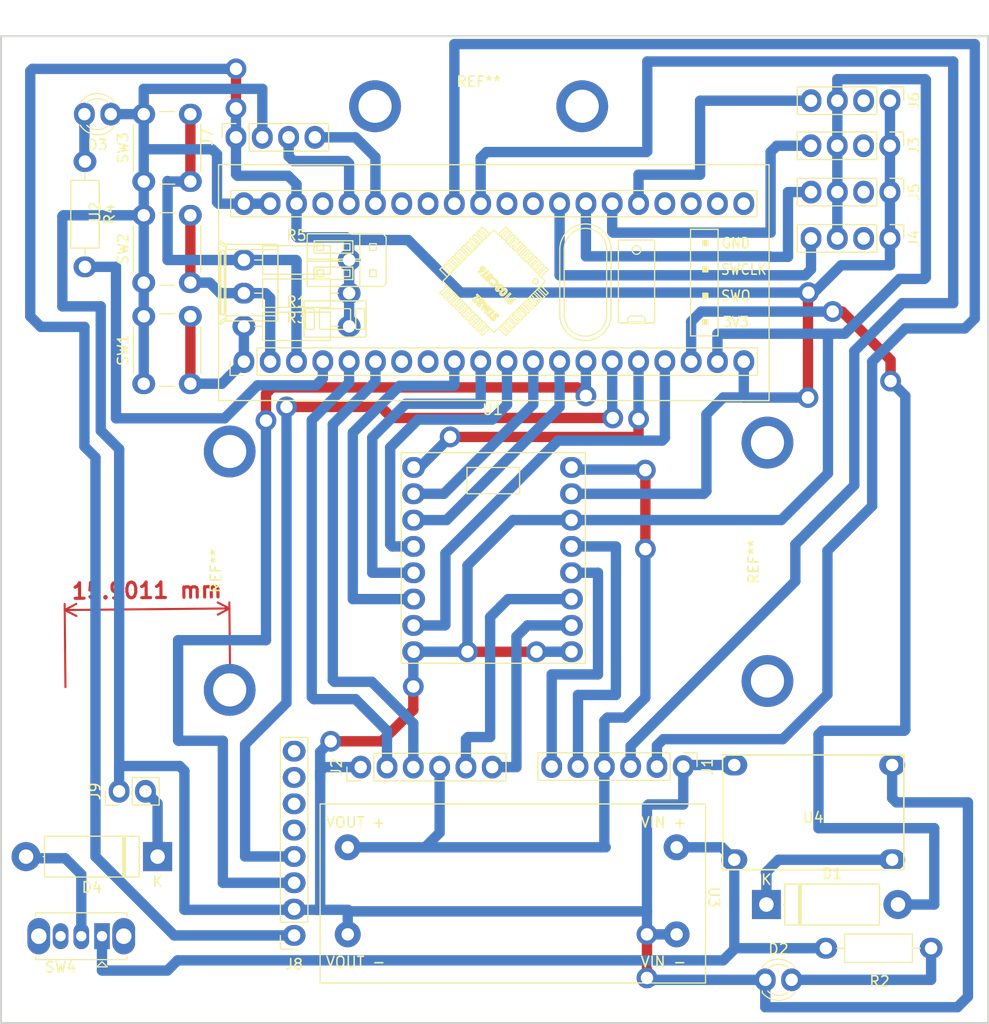
<source format=kicad_pcb>
(kicad_pcb (version 20211014) (generator pcbnew)
  (layers (0 "F.Cu" signal) (31 "B.Cu" signal) (34 "B.Paste" user) (35 "F.Paste" user) (36 "B.SilkS" user "B.Silkscreen") (37 "F.SilkS" user "F.Silkscreen") (38 "B.Mask" user) (39 "F.Mask" user) (44 "Edge.Cuts" user))
  (net 0 "")
  (net 1 "GND")
  (net 2 "Net-(D1-Pad2)")
  (net 3 "Net-(D2-Pad2)")
  (net 4 "Net-(D3-Pad2)")
  (net 10 "/AO1")
  (net 11 "/AO2")
  (net 12 "/VOut")
  (net 13 "/MA1")
  (net 14 "/MA2")
  (net 15 "/BO1")
  (net 16 "/BO2")
  (net 17 "/MB1")
  (net 18 "/MB2")
  (net 19 "/3.3v")
  (net 20 "/SHARP_D")
  (net 21 "/SHARP_I")
  (net 22 "/SHARP_C")
  (net 23 "/CNY70")
  (net 24 "/SCL")
  (net 25 "/SDA")
  (net 26 "/BTN1")
  (net 27 "/VIn")
  (net 28 "/BTN2")
  (net 29 "/Led")
  (net 30 "/BTN3")
  (net 31 "/PWMA")
  (net 32 "/AIN2")
  (net 33 "/AIN1")
  (net 34 "/STBY")
  (net 35 "/BIN1")
  (net 36 "/BIN2")
  (net 37 "/PWMB")
  (net 38 "/5v")
  (net 48 "Net-(D4-Pad1)")
  (net 49 "Net-(D4-Pad2)")
  (net 50 "/RX")
  (net 51 "/TX")
  (footprint "Connector_PinHeader_2.54mm:PinHeader_1x04_P2.54mm_Vertical" (layer "F.Cu") (at 258.3588 35.2044 -90)
    (fp_text reference "J4")
    (fp_text value "Conn_01x04_Male")
  )
  (footprint "Resistor_THT:R_Axial_DIN0207_L6.3mm_D2.5mm_P10.16mm_Horizontal" (layer "F.Cu") (at 262.3312 103.6828 180)
    (fp_text reference "R2")
    (fp_text value "R")
  )
  (footprint "LED_THT:LED_D3.0mm" (layer "F.Cu") (at 246.3242 106.7308)
    (fp_text reference "D2")
    (fp_text value "LED")
  )
  (footprint "Button_Switch_THT:SW_PUSH_6mm" (layer "F.Cu") (at 186.3196 49.224 90)
    (fp_text reference "SW1")
    (fp_text value "SW_Push")
  )
  (footprint "Resistor_THT:R_Axial_DIN0207_L6.3mm_D2.5mm_P10.16mm_Horizontal" (layer "F.Cu") (at 195.9864 43.688)
    (fp_text reference "R1")
    (fp_text value "R")
  )
  (footprint "Mini360_step-down:Mini360_step-down" (layer "F.Cu") (at 250.952 90.5764)
    (fp_text reference "U4")
    (fp_text value "Mini360")
  )
  (footprint "Resistor_THT:R_Axial_DIN0207_L6.3mm_D2.5mm_P10.16mm_Horizontal" (layer "F.Cu") (at 195.9864 37.2872)
    (fp_text reference "R5")
    (fp_text value "R")
  )
  (footprint "Footprints:YAAJ_BluePill_1" (layer "F.Cu") (at 195.9864 47.0916 90)
    (fp_text reference "U2")
    (fp_text value "YAAJ_BluePill_Part_Like_SWD_Breakout" hide)
  )
  (footprint "Connector_PinSocket_2.54mm:PinSocket_1x08_P2.54mm_Vertical" (layer "F.Cu") (at 200.8382 102.4486 180)
    (fp_text reference "J8")
    (fp_text value "Conn_01x08_Female")
  )
  (footprint "Connector_PinHeader_2.54mm:PinHeader_1x04_P2.54mm_Vertical" (layer "F.Cu") (at 258.3588 30.734 -90)
    (fp_text reference "J5")
    (fp_text value "Conn_01x04_Male")
  )
  (footprint "Button_Switch_THT:SW_Slide_1P2T_CK_OS102011MS2Q" (layer "F.Cu") (at 182.2892 102.5217 180)
    (fp_text reference "SW4")
    (fp_text value "SW_DPDT_x2")
  )
  (footprint "Connector_PinHeader_2.54mm:PinHeader_1x04_P2.54mm_Vertical" (layer "F.Cu") (at 258.3488 26.2636 -90)
    (fp_text reference "J3")
    (fp_text value "Conn_01x04_Male")
  )
  (footprint "Connector_PinHeader_2.54mm:PinHeader_1x04_P2.54mm_Vertical" (layer "F.Cu") (at 258.3588 21.9184 -90)
    (fp_text reference "J6")
    (fp_text value "Conn_01x04_Male")
  )
  (footprint "Connector_PinHeader_2.54mm:PinHeader_1x02_P2.54mm_Vertical" (layer "F.Cu") (at 183.9418 88.5444 90)
    (fp_text reference "J9")
    (fp_text value "Conn_01x02_Male")
  )
  (footprint "Connector_PinSocket_2.54mm:PinSocket_1x04_P2.54mm_Vertical" (layer "F.Cu") (at 195.2244 25.4508 90)
    (fp_text reference "J7")
    (fp_text value "Conn_01x04_Female")
  )
  (footprint "Connector_PinHeader_2.54mm:PinHeader_1x06_P2.54mm_Vertical" (layer "F.Cu") (at 238.4044 86.1568 -90)
    (fp_text reference "J1")
    (fp_text value "Conn_01x06_Female")
  )
  (footprint "Button_Switch_THT:SW_PUSH_6mm" (layer "F.Cu") (at 186.3196 39.4704 90)
    (fp_text reference "SW2")
    (fp_text value "SW_Push")
  )
  (footprint "Resistor_THT:R_Axial_DIN0207_L6.3mm_D2.5mm_P10.16mm_Horizontal" (layer "F.Cu") (at 180.6448 27.7876 -90)
    (fp_text reference "R4")
    (fp_text value "R")
  )
  (footprint "LED_THT:LED_D3.0mm" (layer "F.Cu") (at 183.134 23.2156 180)
    (fp_text reference "D3")
    (fp_text value "LED")
  )
  (footprint "Connector_PinHeader_2.54mm:PinHeader_1x06_P2.54mm_Vertical" (layer "F.Cu") (at 207.264 86.2076 90)
    (fp_text reference "J2")
    (fp_text value "Conn_01x06_Female")
  )
  (footprint "propios:MT3608" (layer "F.Cu") (at 240.5573 98.1456 -90)
    (fp_text reference "U3")
    (fp_text value "Mt3608")
  )
  (footprint "propios:tb6612fng" (layer "F.Cu") (at 219.9956 52.2196)
    (fp_text reference "U1")
    (fp_text value "tb6612fng")
  )
  (footprint "propios:MotorHolder" (layer "F.Cu") (at 235.0324 66.4018 90)
    (fp_text reference "REF**")
    (fp_text value "MotorHolder")
  )
  (footprint "Resistor_THT:R_Axial_DIN0207_L6.3mm_D2.5mm_P10.16mm_Horizontal" (layer "F.Cu") (at 206.1464 40.4876 180)
    (fp_text reference "R3")
    (fp_text value "R")
  )
  (footprint "Diode_THT:D_5W_P12.70mm_Horizontal" (layer "F.Cu") (at 246.4308 99.4664)
    (fp_text reference "D1")
    (fp_text value "DIODE")
  )
  (footprint "Diode_THT:D_5W_P12.70mm_Horizontal" (layer "F.Cu") (at 187.6552 94.8436 180)
    (fp_text reference "D4")
    (fp_text value "DIODE")
  )
  (footprint "propios:MotorHolder" (layer "F.Cu") (at 183.117 67.2592 90)
    (fp_text reference "REF**")
    (fp_text value "MotorHolder")
  )
  (footprint "propios:SharpHolder" (layer "F.Cu") (at 218.6508 12.4536)
    (fp_text reference "REF**")
    (fp_text value "SharpHolder")
  )
  (footprint "Button_Switch_THT:SW_PUSH_6mm" (layer "F.Cu") (at 186.3196 29.7168 90)
    (fp_text reference "SW3")
    (fp_text value "SW_Push")
  )
  (gr_rect (start 172.5422 15.6972) (end 267.843 110.8964) (layer "Edge.Cuts") (width 0.2) (fill none))
  (dimension (type aligned) (layer "F.Cu") (pts (xy 194.6656 78.8416) (xy 178.7652 78.994)) (height 7.940178) (gr_text "15.9011 mm" (at 186.622048 69.17807 0.5491440106) (layer "F.Cu") (effects (font (size 1.5 1.5) (thickness 0.3)))) (format (units 3) (units_format 1) (precision 4)) (style (thickness 0.2) (arrow_length 1.27) (text_position_mode 0) (extension_height 0.58642) (extension_offset 0.5) keep_text_aligned))
  (segment (start 224.2312 75.0824) (end 217.5764 75.0824) (width 1) (layer "F.Cu") (net 1))
  (segment (start 235.2271 106.5507) (end 235.458 106.7816) (width 1) (layer "F.Cu") (net 1))
  (segment (start 204.3684 83.7184) (end 209.305092 83.7184) (width 1) (layer "F.Cu") (net 1))
  (segment (start 234.8992 106.5507) (end 234.8992 102.362) (width 1) (layer "F.Cu") (net 1))
  (segment (start 212.344 80.679492) (end 212.344 78.4352) (width 1) (layer "F.Cu") (net 1))
  (segment (start 209.305092 83.7184) (end 212.344 80.679492) (width 1) (layer "F.Cu") (net 1))
  (segment (start 217.5764 75.0824) (end 217.5736 75.0796) (width 1) (layer "F.Cu") (net 1))
  (segment (start 234.8992 106.5507) (end 235.2271 106.5507) (width 1) (layer "F.Cu") (net 1))
  (via (at 234.8992 106.5507) (size 2) (drill 1.2) (layers "F.Cu" "B.Cu") (net 1))
  (via (at 212.344 78.4352) (size 2) (drill 1.2) (layers "F.Cu" "B.Cu") (net 1))
  (via (at 204.3684 83.7184) (size 2) (drill 1.2) (layers "F.Cu" "B.Cu") (net 1))
  (via (at 224.2312 75.0824) (size 2) (drill 1.2) (layers "F.Cu" "B.Cu") (net 1))
  (via (at 234.8992 102.3456) (size 2) (drill 1.2) (layers "F.Cu" "B.Cu") (net 1))
  (via (at 217.5736 75.0796) (size 2) (drill 1.2) (layers "F.Cu" "B.Cu") (net 1))
  (segment (start 253.2788 19.84312) (end 253.2788 21.9184) (width 1) (layer "B.Cu") (net 1))
  (segment (start 186.3196 26.6044) (end 186.3196 23.2168) (width 1) (layer "B.Cu") (net 1))
  (segment (start 265.8872 89.6112) (end 258.9784 89.6112) (width 1) (layer "B.Cu") (net 1))
  (segment (start 265.8872 108.3564) (end 265.8872 89.6112) (width 1) (layer "B.Cu") (net 1))
  (segment (start 252.3744 57.8612) (end 252.3744 44.3992) (width 1) (layer "B.Cu") (net 1))
  (segment (start 235.0516 89.8144) (end 238.4044 89.8144) (width 1) (layer "B.Cu") (net 1))
  (segment (start 186.3196 39.4704) (end 186.3196 26.6044) (width 1) (layer "B.Cu") (net 1))
  (segment (start 238.4044 89.8144) (end 238.4044 86.1568) (width 1) (layer "B.Cu") (net 1))
  (segment (start 258.5232 86.0552) (end 258.572 86.0064) (width 1) (layer "B.Cu") (net 1))
  (segment (start 246.3242 109.3674) (end 246.3292 109.3724) (width 1) (layer "B.Cu") (net 1))
  (segment (start 212.3756 75.0796) (end 217.5736 75.0796) (width 1) (layer "B.Cu") (net 1))
  (segment (start 182.1688 41.7576) (end 182.1688 53.7464) (width 1) (layer "B.Cu") (net 1))
  (segment (start 227.6156 75.0796) (end 224.234 75.0796) (width 1) (layer "B.Cu") (net 1))
  (segment (start 234.8992 89.9668) (end 235.0516 89.8144) (width 1) (layer "B.Cu") (net 1))
  (segment (start 261.75272 19.84312) (end 253.2788 19.84312) (width 1) (layer "B.Cu") (net 1))
  (segment (start 204.3684 83.7184) (end 203.3524 84.7344) (width 1) (layer "B.Cu") (net 1))
  (segment (start 190.246 86.5632) (end 189.7888 86.106) (width 1) (layer "B.Cu") (net 1))
  (segment (start 193.548 31.8516) (end 193.3956 31.6992) (width 1) (layer "B.Cu") (net 1))
  (segment (start 235.0793 106.7308) (end 234.8992 106.5507) (width 1) (layer "B.Cu") (net 1))
  (segment (start 254 44.3992) (end 259.2832 39.116) (width 1) (layer "B.Cu") (net 1))
  (segment (start 206.0133 102.3456) (end 206.0133 99.9744) (width 1) (layer "B.Cu") (net 1))
  (segment (start 182.1688 53.7464) (end 183.9468 55.5244) (width 1) (layer "B.Cu") (net 1))
  (segment (start 252.3744 44.3992) (end 241.7064 44.3992) (width 1) (layer "B.Cu") (net 1))
  (segment (start 197.7644 20.7772) (end 197.7644 25.4508) (width 1) (layer "B.Cu") (net 1))
  (segment (start 193.3956 31.6992) (end 193.3956 27.0764) (width 1) (layer "B.Cu") (net 1))
  (segment (start 183.1352 23.2168) (end 183.134 23.2156) (width 1) (layer "B.Cu") (net 1))
  (segment (start 253.3296 21.9692) (end 253.2788 21.9184) (width 1) (layer "B.Cu") (net 1))
  (segment (start 259.2832 39.116) (end 261.6708 39.116) (width 1) (layer "B.Cu") (net 1))
  (segment (start 258.572 89.2048) (end 258.572 86.0064) (width 1) (layer "B.Cu") (net 1))
  (segment (start 243.332 86.0064) (end 238.5548 86.0064) (width 1) (layer "B.Cu") (net 1))
  (segment (start 203.4032 99.9236) (end 203.3524 99.9744) (width 1) (layer "B.Cu") (net 1))
  (segment (start 202.9968 99.9744) (end 190.246 99.9744) (width 1) (layer "B.Cu") (net 1))
  (segment (start 247.856 62.3796) (end 252.3744 57.8612) (width 1) (layer "B.Cu") (net 1))
  (segment (start 178.4604 33.0708) (end 178.4604 41.7576) (width 1) (layer "B.Cu") (net 1))
  (segment (start 203.7588 86.2076) (end 203.3524 86.614) (width 1) (layer "B.Cu") (net 1))
  (segment (start 246.3292 109.3724) (end 264.8712 109.3724) (width 1) (layer "B.Cu") (net 1))
  (segment (start 190.246 99.9744) (end 190.246 86.5632) (width 1) (layer "B.Cu") (net 1))
  (segment (start 217.5736 66.754) (end 217.5736 75.0796) (width 1) (layer "B.Cu") (net 1))
  (segment (start 186.3196 39.4704) (end 186.3196 42.724) (width 1) (layer "B.Cu") (net 1))
  (segment (start 253.2788 35.2044) (end 253.2788 21.9184) (width 1) (layer "B.Cu") (net 1))
  (segment (start 258.9784 89.6112) (end 258.572 89.2048) (width 1) (layer "B.Cu") (net 1))
  (segment (start 183.9418 88.5444) (end 183.9418 86.111) (width 1) (layer "B.Cu") (net 1))
  (segment (start 183.9418 86.111) (end 183.9468 86.106) (width 1) (layer "B.Cu") (net 1))
  (segment (start 264.8712 109.3724) (end 265.8872 108.3564) (width 1) (layer "B.Cu") (net 1))
  (segment (start 237.7633 102.3456) (end 234.8992 102.3456) (width 1) (layer "B.Cu") (net 1))
  (segment (start 186.3196 49.224) (end 186.3196 42.724) (width 1) (layer "B.Cu") (net 1))
  (segment (start 261.8232 19.9136) (end 261.75272 19.84312) (width 1) (layer "B.Cu") (net 1))
  (segment (start 186.3196 20.7772) (end 197.7644 20.7772) (width 1) (layer "B.Cu") (net 1))
  (segment (start 234.8992 100.1268) (end 234.8992 89.9668) (width 1) (layer "B.Cu") (net 1))
  (segment (start 192.9236 26.6044) (end 186.3196 26.6044) (width 1) (layer "B.Cu") (net 1))
  (segment (start 227.6156 62.3796) (end 221.948 62.3796) (width 1) (layer "B.Cu") (net 1))
  (segment (start 178.5608 32.9704) (end 178.4604 33.0708) (width 1) (layer "B.Cu") (net 1))
  (segment (start 207.264 86.2076) (end 203.7588 86.2076) (width 1) (layer "B.Cu") (net 1))
  (segment (start 203.3524 84.7344) (end 203.3524 87.2744) (width 1) (layer "B.Cu") (net 1))
  (segment (start 252.3744 44.3992) (end 254 44.3992) (width 1) (layer "B.Cu") (net 1))
  (segment (start 241.7064 44.3992) (end 241.7064 47.0916) (width 1) (layer "B.Cu") (net 1))
  (segment (start 186.3196 23.2168) (end 186.3196 20.7772) (width 1) (layer "B.Cu") (net 1))
  (segment (start 203.3524 99.9744) (end 202.9968 99.9744) (width 1) (layer "B.Cu") (net 1))
  (segment (start 221.948 62.3796) (end 217.5736 66.754) (width 1) (layer "B.Cu") (net 1))
  (segment (start 206.0133 99.9744) (end 202.9968 99.9744) (width 1) (layer "B.Cu") (net 1))
  (segment (start 261.8232 38.9636) (end 261.8232 19.9136) (width 1) (layer "B.Cu") (net 1))
  (segment (start 203.3524 87.2744) (end 203.3524 99.8728) (width 1) (layer "B.Cu") (net 1))
  (segment (start 203.3524 99.8728) (end 203.4032 99.9236) (width 1) (layer "B.Cu") (net 1))
  (segment (start 195.9864 31.8516) (end 193.548 31.8516) (width 1) (layer "B.Cu") (net 1))
  (segment (start 189.7888 86.106) (end 183.9468 86.106) (width 1) (layer "B.Cu") (net 1))
  (segment (start 246.3242 106.7308) (end 235.0793 106.7308) (width 1) (layer "B.Cu") (net 1))
  (segment (start 212.344 75.1112) (end 212.3756 75.0796) (width 1) (layer "B.Cu") (net 1))
  (segment (start 235.458 106.7816) (end 235.2271 106.5507) (width 1) (layer "B.Cu") (net 1))
  (segment (start 238.5548 86.0064) (end 238.4044 86.1568) (width 1) (layer "B.Cu") (net 1))
  (segment (start 246.3242 106.7308) (end 246.3242 109.3674) (width 1) (layer "B.Cu") (net 1))
  (segment (start 235.2271 106.5507) (end 234.8992 106.5507) (width 1) (layer "B.Cu") (net 1))
  (segment (start 234.8992 102.3456) (end 234.8992 100.1268) (width 1) (layer "B.Cu") (net 1))
  (segment (start 234.8992 100.1268) (end 206.1657 100.1268) (width 1) (layer "B.Cu") (net 1))
  (segment (start 178.4604 41.7576) (end 182.1688 41.7576) (width 1) (layer "B.Cu") (net 1))
  (segment (start 193.3956 27.0764) (end 192.9236 26.6044) (width 1) (layer "B.Cu") (net 1))
  (segment (start 203.3524 86.614) (end 203.3524 87.2744) (width 1) (layer "B.Cu") (net 1))
  (segment (start 198.5264 31.8516) (end 195.9864 31.8516) (width 1) (layer "B.Cu") (net 1))
  (segment (start 227.6156 62.3796) (end 247.856 62.3796) (width 1) (layer "B.Cu") (net 1))
  (segment (start 261.6708 39.116) (end 261.8232 38.9636) (width 1) (layer "B.Cu") (net 1))
  (segment (start 212.344 78.4352) (end 212.344 75.1112) (width 1) (layer "B.Cu") (net 1))
  (segment (start 183.9468 55.5244) (end 183.9468 86.106) (width 1) (layer "B.Cu") (net 1))
  (segment (start 224.234 75.0796) (end 224.2312 75.0824) (width 1) (layer "B.Cu") (net 1))
  (segment (start 186.3196 32.9704) (end 178.5608 32.9704) (width 1) (layer "B.Cu") (net 1))
  (segment (start 186.3196 23.2168) (end 183.1352 23.2168) (width 1) (layer "B.Cu") (net 1))
  (segment (start 206.1657 100.1268) (end 206.0133 99.9744) (width 1) (layer "B.Cu") (net 1))
  (segment (start 253.738072 42.257672) (end 252.8316 42.257672) (width 1) (layer "F.Cu") (net 2))
  (segment (start 258.4196 46.9392) (end 253.738072 42.257672) (width 1) (layer "F.Cu") (net 2))
  (segment (start 258.4196 48.9712) (end 258.4196 46.9392) (width 1) (layer "F.Cu") (net 2))
  (via (at 252.8316 42.257672) (size 2) (drill 1.2) (layers "F.Cu" "B.Cu") (net 2))
  (via (at 258.4196 48.9712) (size 2) (drill 1.2) (layers "F.Cu" "B.Cu") (net 2))
  (segment (start 252.823672 42.2656) (end 240.1316 42.2656) (width 1) (layer "B.Cu") (net 2))
  (segment (start 252.8316 42.257672) (end 252.823672 42.2656) (width 1) (layer "B.Cu") (net 2))
  (segment (start 240.1316 42.2656) (end 239.1664 43.2308) (width 1) (layer "B.Cu") (net 2))
  (segment (start 251.8156 82.7024) (end 251.46 83.058) (width 1) (layer "B.Cu") (net 2))
  (segment (start 262.636 99.4664) (end 259.1308 99.4664) (width 1) (layer "B.Cu") (net 2))
  (segment (start 251.46 83.058) (end 251.46 92.1004) (width 1) (layer "B.Cu") (net 2))
  (segment (start 259.842 50.3936) (end 259.842 82.6008) (width 1) (layer "B.Cu") (net 2))
  (segment (start 251.46 92.1004) (end 262.636 92.1004) (width 1) (layer "B.Cu") (net 2))
  (segment (start 259.842 82.6008) (end 259.7404 82.7024) (width 1) (layer "B.Cu") (net 2))
  (segment (start 258.4196 48.9712) (end 259.842 50.3936) (width 1) (layer "B.Cu") (net 2))
  (segment (start 259.7404 82.7024) (end 251.8156 82.7024) (width 1) (layer "B.Cu") (net 2))
  (segment (start 262.636 92.1004) (end 262.636 99.4664) (width 1) (layer "B.Cu") (net 2))
  (segment (start 239.1664 43.2308) (end 239.1664 47.0916) (width 1) (layer "B.Cu") (net 2))
  (segment (start 262.3312 106.7308) (end 262.3312 103.6828) (width 1) (layer "B.Cu") (net 3))
  (segment (start 248.8642 106.7308) (end 262.3312 106.7308) (width 1) (layer "B.Cu") (net 3))
  (segment (start 180.594 27.7368) (end 180.6448 27.7876) (width 1) (layer "B.Cu") (net 4))
  (segment (start 180.594 23.2156) (end 180.594 27.7368) (width 1) (layer "B.Cu") (net 4))
  (segment (start 231.902 64.9196) (end 227.6156 64.9196) (width 1) (layer "B.Cu") (net 10))
  (segment (start 228.2444 79.248) (end 231.902 79.248) (width 1) (layer "B.Cu") (net 10))
  (segment (start 228.2444 86.1568) (end 228.2444 79.248) (width 1) (layer "B.Cu") (net 10))
  (segment (start 231.902 79.248) (end 231.902 64.9196) (width 1) (layer "B.Cu") (net 10))
  (segment (start 230.1748 67.4596) (end 227.6156 67.4596) (width 1) (layer "B.Cu") (net 11))
  (segment (start 225.7044 86.1568) (end 225.7044 77.2668) (width 1) (layer "B.Cu") (net 11))
  (segment (start 230.1748 77.2668) (end 230.1748 67.4596) (width 1) (layer "B.Cu") (net 11))
  (segment (start 225.7044 77.2668) (end 230.1748 77.2668) (width 1) (layer "B.Cu") (net 11))
  (segment (start 234.7976 57.5056) (end 234.7468 57.5564) (width 1) (layer "F.Cu") (net 12))
  (segment (start 234.7468 65.1764) (end 234.7468 57.5564) (width 1) (layer "F.Cu") (net 12))
  (via (at 234.7468 57.5564) (size 2) (drill 1.2) (layers "F.Cu" "B.Cu") (net 12))
  (via (at 234.7468 65.1764) (size 2) (drill 1.2) (layers "F.Cu" "B.Cu") (net 12))
  (segment (start 206.0133 93.9456) (end 213.478 93.9456) (width 1) (layer "B.Cu") (net 12))
  (segment (start 213.478 93.9456) (end 214.884 92.5396) (width 1) (layer "B.Cu") (net 12))
  (segment (start 234.7976 57.5056) (end 227.8216 57.5056) (width 1) (layer "B.Cu") (net 12))
  (segment (start 232.8164 81.4324) (end 234.4928 79.756) (width 1) (layer "B.Cu") (net 12))
  (segment (start 231.0892 81.4324) (end 232.8164 81.4324) (width 1) (layer "B.Cu") (net 12))
  (segment (start 234.4928 79.756) (end 234.7468 79.502) (width 1) (layer "B.Cu") (net 12))
  (segment (start 234.7468 79.502) (end 234.7468 65.1764) (width 1) (layer "B.Cu") (net 12))
  (segment (start 230.7844 86.1568) (end 230.7844 81.7372) (width 1) (layer "B.Cu") (net 12))
  (segment (start 230.7844 81.7372) (end 231.0892 81.4324) (width 1) (layer "B.Cu") (net 12))
  (segment (start 227.8216 57.5056) (end 227.6156 57.2996) (width 1) (layer "B.Cu") (net 12))
  (segment (start 214.884 92.5396) (end 214.884 86.2076) (width 1) (layer "B.Cu") (net 12))
  (segment (start 213.478 93.9456) (end 230.9204 93.9456) (width 1) (layer "B.Cu") (net 12))
  (segment (start 230.7844 93.8096) (end 230.7844 86.1568) (width 1) (layer "B.Cu") (net 12))
  (segment (start 252.3236 79.1972) (end 252.3236 65.3288) (width 1) (layer "B.Cu") (net 13))
  (segment (start 266.5476 42.926) (end 266.5476 16.4592) (width 1) (layer "B.Cu") (net 13))
  (segment (start 236.474 83.5152) (end 248.0056 83.5152) (width 1) (layer "B.Cu") (net 13))
  (segment (start 265.5824 43.8912) (end 266.5476 42.926) (width 1) (layer "B.Cu") (net 13))
  (segment (start 256.6416 61.0108) (end 256.6416 47.0916) (width 1) (layer "B.Cu") (net 13))
  (segment (start 235.8644 84.1248) (end 236.474 83.5152) (width 1) (layer "B.Cu") (net 13))
  (segment (start 216.3064 16.4592) (end 216.3064 31.8516) (width 1) (layer "B.Cu") (net 13))
  (segment (start 266.5476 16.4592) (end 216.3064 16.4592) (width 1) (layer "B.Cu") (net 13))
  (segment (start 256.6416 47.0916) (end 259.842 43.8912) (width 1) (layer "B.Cu") (net 13))
  (segment (start 252.3236 65.3288) (end 256.6416 61.0108) (width 1) (layer "B.Cu") (net 13))
  (segment (start 259.842 43.8912) (end 265.5824 43.8912) (width 1) (layer "B.Cu") (net 13))
  (segment (start 248.0056 83.5152) (end 252.3236 79.1972) (width 1) (layer "B.Cu") (net 13))
  (segment (start 235.8644 86.1568) (end 235.8644 84.1248) (width 1) (layer "B.Cu") (net 13))
  (segment (start 264.4648 18.1356) (end 234.932231 18.1356) (width 1) (layer "B.Cu") (net 14))
  (segment (start 264.4648 41.4528) (end 264.4648 18.1356) (width 1) (layer "B.Cu") (net 14))
  (segment (start 233.3244 84.1756) (end 249.2248 68.2752) (width 1) (layer "B.Cu") (net 14))
  (segment (start 219.4052 26.8732) (end 218.8464 27.432) (width 1) (layer "B.Cu") (net 14))
  (segment (start 249.2248 68.2752) (end 249.2248 64.7192) (width 1) (layer "B.Cu") (net 14))
  (segment (start 234.932231 18.1356) (end 234.932231 26.789369) (width 1) (layer "B.Cu") (net 14))
  (segment (start 254.9144 46.0756) (end 259.5372 41.4528) (width 1) (layer "B.Cu") (net 14))
  (segment (start 254.9144 59.0296) (end 254.9144 46.0756) (width 1) (layer "B.Cu") (net 14))
  (segment (start 218.8464 27.432) (end 218.8464 31.8516) (width 1) (layer "B.Cu") (net 14))
  (segment (start 233.3244 86.1568) (end 233.3244 84.1756) (width 1) (layer "B.Cu") (net 14))
  (segment (start 249.2248 64.7192) (end 254.9144 59.0296) (width 1) (layer "B.Cu") (net 14))
  (segment (start 234.8484 26.8732) (end 219.4052 26.8732) (width 1) (layer "B.Cu") (net 14))
  (segment (start 259.5372 41.4528) (end 264.4648 41.4528) (width 1) (layer "B.Cu") (net 14))
  (segment (start 234.932231 26.789369) (end 234.8484 26.8732) (width 1) (layer "B.Cu") (net 14))
  (segment (start 223.3704 72.5396) (end 227.6156 72.5396) (width 1) (layer "B.Cu") (net 15))
  (segment (start 222.3008 73.6092) (end 223.3704 72.5396) (width 1) (layer "B.Cu") (net 15))
  (segment (start 219.964 86.2076) (end 222.3008 86.2076) (width 1) (layer "B.Cu") (net 15))
  (segment (start 222.3008 86.2076) (end 222.3008 73.6092) (width 1) (layer "B.Cu") (net 15))
  (segment (start 219.7608 83.312) (end 219.7608 71.7296) (width 1) (layer "B.Cu") (net 16))
  (segment (start 217.6272 83.312) (end 219.7608 83.312) (width 1) (layer "B.Cu") (net 16))
  (segment (start 217.424 83.5152) (end 217.6272 83.312) (width 1) (layer "B.Cu") (net 16))
  (segment (start 219.7608 71.7296) (end 221.4908 69.9996) (width 1) (layer "B.Cu") (net 16))
  (segment (start 217.424 86.2076) (end 217.424 83.5152) (width 1) (layer "B.Cu") (net 16))
  (segment (start 221.4908 69.9996) (end 227.6156 69.9996) (width 1) (layer "B.Cu") (net 16))
  (segment (start 206.756 79.6544) (end 202.7428 79.6544) (width 1) (layer "B.Cu") (net 17))
  (segment (start 206.1464 49.1236) (end 206.1464 47.0916) (width 1) (layer "B.Cu") (net 17))
  (segment (start 209.804 82.7024) (end 206.756 79.6544) (width 1) (layer "B.Cu") (net 17))
  (segment (start 202.5396 52.7304) (end 206.1464 49.1236) (width 1) (layer "B.Cu") (net 17))
  (segment (start 202.7428 79.6544) (end 202.5396 79.4512) (width 1) (layer "B.Cu") (net 17))
  (segment (start 202.5396 79.4512) (end 202.5396 52.7304) (width 1) (layer "B.Cu") (net 17))
  (segment (start 209.804 86.2076) (end 209.804 82.7024) (width 1) (layer "B.Cu") (net 17))
  (segment (start 208.6864 49.022) (end 204.5716 53.1368) (width 1) (layer "B.Cu") (net 18))
  (segment (start 204.5716 77.8256) (end 204.724 77.978) (width 1) (layer "B.Cu") (net 18))
  (segment (start 212.344 81.9912) (end 208.3308 77.978) (width 1) (layer "B.Cu") (net 18))
  (segment (start 208.6864 47.0916) (end 208.6864 49.022) (width 1) (layer "B.Cu") (net 18))
  (segment (start 212.344 86.2076) (end 212.344 81.9912) (width 1) (layer "B.Cu") (net 18))
  (segment (start 204.5716 53.1368) (end 204.5716 77.8256) (width 1) (layer "B.Cu") (net 18))
  (segment (start 204.724 77.978) (end 208.3308 77.978) (width 1) (layer "B.Cu") (net 18))
  (segment (start 250.444 40.6908) (end 250.444 50.55928) (width 1) (layer "F.Cu") (net 19))
  (segment (start 195.2244 18.8468) (end 195.2244 22.6568) (width 1) (layer "F.Cu") (net 19))
  (segment (start 250.444 40.476688) (end 250.491468 40.42922) (width 1) (layer "F.Cu") (net 19))
  (segment (start 250.444 40.6908) (end 250.444 40.476688) (width 1) (layer "F.Cu") (net 19))
  (segment (start 250.444 40.1828) (end 250.444 40.6908) (width 1) (layer "F.Cu") (net 19))
  (via (at 250.444 50.55928) (size 2) (drill 1.2) (layers "F.Cu" "B.Cu") (net 19))
  (via (at 195.2244 22.6568) (size 2) (drill 1.2) (layers "F.Cu" "B.Cu") (net 19))
  (via (at 250.491468 40.42922) (size 2) (drill 1.2) (layers "F.Cu" "B.Cu") (net 19))
  (via (at 195.2244 18.8468) (size 2) (drill 1.2) (layers "F.Cu" "B.Cu") (net 19))
  (segment (start 244.2464 50.4952) (end 244.1956 50.546) (width 1) (layer "B.Cu") (net 19))
  (segment (start 244.2464 50.546) (end 244.2464 47.0916) (width 1) (layer "B.Cu") (net 19))
  (segment (start 175.3616 42.7228) (end 175.3616 19.05) (width 1) (layer "B.Cu") (net 19))
  (segment (start 240.6396 52.1716) (end 240.6396 59.5884) (width 1) (layer "B.Cu") (net 19))
  (segment (start 200.8382 102.4486) (end 189.2658 102.4486) (width 1) (layer "B.Cu") (net 19))
  (segment (start 181.6608 94.8436) (end 181.6608 56.3372) (width 1) (layer "B.Cu") (net 19))
  (segment (start 258.3588 35.2044) (end 258.3588 21.9184) (width 1) (layer "B.Cu") (net 19))
  (segment (start 201.0664 31.8516) (end 201.0664 29.972) (width 1) (layer "B.Cu") (net 19))
  (segment (start 189.2658 102.4486) (end 181.6608 94.8436) (width 1) (layer "B.Cu") (net 19))
  (segment (start 201.0664 29.972) (end 200.2536 29.1592) (width 1) (layer "B.Cu") (net 19))
  (segment (start 200.2536 29.1592) (end 195.3768 29.1592) (width 1) (layer "B.Cu") (net 19))
  (segment (start 227.6184 59.8424) (end 227.6156 59.8396) (width 1) (layer "B.Cu") (net 19))
  (segment (start 258.3588 35.2044) (end 258.3588 37.7952) (width 1) (layer "B.Cu") (net 19))
  (segment (start 244.1956 50.546) (end 242.2652 50.546) (width 1) (layer "B.Cu") (net 19))
  (segment (start 205.8924 35.1028) (end 206.1464 35.3568) (width 1) (layer "B.Cu") (net 19))
  (segment (start 206.1464 35.3568) (end 206.1464 37.2872) (width 1) (layer "B.Cu") (net 19))
  (segment (start 240.3856 59.8424) (end 227.6184 59.8424) (width 1) (layer "B.Cu") (net 19))
  (segment (start 180.594 43.7388) (end 176.3776 43.7388) (width 1) (layer "B.Cu") (net 19))
  (segment (start 242.2652 50.546) (end 240.6396 52.1716) (width 1) (layer "B.Cu") (net 19))
  (segment (start 250.444 50.55928) (end 244.25968 50.55928) (width 1) (layer "B.Cu") (net 19))
  (segment (start 195.2244 25.4508) (end 195.2244 22.6568) (width 1) (layer "B.Cu") (net 19))
  (segment (start 253.6444 37.7952) (end 251.01038 40.42922) (width 1) (layer "B.Cu") (net 19))
  (segment (start 240.6396 59.5884) (end 240.3856 59.8424) (width 1) (layer "B.Cu") (net 19))
  (segment (start 195.3768 29.1592) (end 195.2244 29.0068) (width 1) (layer "B.Cu") (net 19))
  (segment (start 176.3776 43.7388) (end 175.3616 42.7228) (width 1) (layer "B.Cu") (net 19))
  (segment (start 258.3588 37.7952) (end 253.6444 37.7952) (width 1) (layer "B.Cu") (net 19))
  (segment (start 201.168 35.1028) (end 205.8924 35.1028) (width 1) (layer "B.Cu") (net 19))
  (segment (start 216.90842 40.42922) (end 211.836 35.3568) (width 1) (layer "B.Cu") (net 19))
  (segment (start 244.25968 50.55928) (end 244.2464 50.546) (width 1) (layer "B.Cu") (net 19))
  (segment (start 175.3616 19.05) (end 175.5648 18.8468) (width 1) (layer "B.Cu") (net 19))
  (segment (start 201.0664 35.0012) (end 201.168 35.1028) (width 1) (layer "B.Cu") (net 19))
  (segment (start 195.2244 29.0068) (end 195.2244 25.4508) (width 1) (layer "B.Cu") (net 19))
  (segment (start 201.0664 31.8516) (end 201.0664 35.0012) (width 1) (layer "B.Cu") (net 19))
  (segment (start 211.836 35.3568) (end 206.1464 35.3568) (width 1) (layer "B.Cu") (net 19))
  (segment (start 206.1464 43.688) (end 206.1464 37.2872) (width 1) (layer "B.Cu") (net 19))
  (segment (start 251.01038 40.42922) (end 216.90842 40.42922) (width 1) (layer "B.Cu") (net 19))
  (segment (start 175.5648 18.8468) (end 195.2244 18.8468) (width 1) (layer "B.Cu") (net 19))
  (segment (start 181.6608 56.3372) (end 180.594 55.2704) (width 1) (layer "B.Cu") (net 19))
  (segment (start 180.594 55.2704) (end 180.594 43.7388) (width 1) (layer "B.Cu") (net 19))
  (segment (start 231.5464 31.8516) (end 231.5464 34.544) (width 1) (layer "B.Cu") (net 20))
  (segment (start 246.8372 34.6456) (end 246.8372 26.8732) (width 1) (layer "B.Cu") (net 20))
  (segment (start 247.4468 26.2636) (end 250.7288 26.2636) (width 1) (layer "B.Cu") (net 20))
  (segment (start 231.5464 34.544) (end 231.648 34.6456) (width 1) (layer "B.Cu") (net 20))
  (segment (start 246.8372 26.8732) (end 247.4468 26.2636) (width 1) (layer "B.Cu") (net 20))
  (segment (start 231.648 34.6456) (end 246.8372 34.6456) (width 1) (layer "B.Cu") (net 20))
  (segment (start 250.17 38.7604) (end 226.4664 38.7604) (width 1) (layer "B.Cu") (net 21))
  (segment (start 250.7388 35.2044) (end 250.7388 38.1916) (width 1) (layer "B.Cu") (net 21))
  (segment (start 250.7388 38.1916) (end 250.17 38.7604) (width 1) (layer "B.Cu") (net 21))
  (segment (start 226.4664 38.7604) (end 226.4664 31.8516) (width 1) (layer "B.Cu") (net 21))
  (segment (start 248.5136 30.734) (end 248.5136 36.9824) (width 1) (layer "B.Cu") (net 22))
  (segment (start 248.5136 36.9824) (end 246.755577 36.9824) (width 1) (layer "B.Cu") (net 22))
  (segment (start 250.7388 30.734) (end 248.5136 30.734) (width 1) (layer "B.Cu") (net 22))
  (segment (start 246.704777 36.9316) (end 229.0064 36.9316) (width 1) (layer "B.Cu") (net 22))
  (segment (start 229.0064 36.9316) (end 229.0064 31.8516) (width 1) (layer "B.Cu") (net 22))
  (segment (start 246.755577 36.9824) (end 246.704777 36.9316) (width 1) (layer "B.Cu") (net 22))
  (segment (start 234.0864 29.0576) (end 240.03 29.0576) (width 1) (layer "B.Cu") (net 23))
  (segment (start 234.0864 31.8516) (end 234.0864 29.0576) (width 1) (layer "B.Cu") (net 23))
  (segment (start 240.03 21.9184) (end 250.7388 21.9184) (width 1) (layer "B.Cu") (net 23))
  (segment (start 240.03 29.0576) (end 240.03 21.9184) (width 1) (layer "B.Cu") (net 23))
  (segment (start 228.1936 49.5808) (end 229.0064 50.3936) (width 1) (layer "F.Cu") (net 24))
  (segment (start 198.12 50.1904) (end 198.7296 49.5808) (width 1) (layer "F.Cu") (net 24))
  (segment (start 198.12 52.7812) (end 198.12 50.1904) (width 1) (layer "F.Cu") (net 24))
  (segment (start 198.7296 49.5808) (end 228.1936 49.5808) (width 1) (layer "F.Cu") (net 24))
  (via (at 229.0064 50.3936) (size 2) (drill 1.2) (layers "F.Cu" "B.Cu") (net 24))
  (via (at 198.12 52.7812) (size 2) (drill 1.2) (layers "F.Cu" "B.Cu") (net 24))
  (segment (start 193.9544 97.3686) (end 200.8382 97.3686) (width 1) (layer "B.Cu") (net 24))
  (segment (start 198.12 73.9648) (end 189.6364 73.9648) (width 1) (layer "B.Cu") (net 24))
  (segment (start 198.12 52.7812) (end 198.12 73.9648) (width 1) (layer "B.Cu") (net 24))
  (segment (start 189.6364 83.6168) (end 189.6872 83.6676) (width 1) (layer "B.Cu") (net 24))
  (segment (start 193.9544 83.6676) (end 193.9544 97.3686) (width 1) (layer "B.Cu") (net 24))
  (segment (start 189.6364 73.9648) (end 189.6364 83.6168) (width 1) (layer "B.Cu") (net 24))
  (segment (start 229.0064 50.3936) (end 229.0064 47.0916) (width 1) (layer "B.Cu") (net 24))
  (segment (start 189.6872 83.6676) (end 193.9544 83.6676) (width 1) (layer "B.Cu") (net 24))
  (segment (start 231.5972 52.5272) (end 210.282692 52.5272) (width 1) (layer "F.Cu") (net 25))
  (segment (start 209.215892 51.4604) (end 200.1012 51.4604) (width 1) (layer "F.Cu") (net 25))
  (segment (start 210.282692 52.5272) (end 209.215892 51.4604) (width 1) (layer "F.Cu") (net 25))
  (via (at 200.1012 51.4604) (size 2) (drill 1.2) (layers "F.Cu" "B.Cu") (net 25))
  (via (at 231.5972 52.5272) (size 2) (drill 1.2) (layers "F.Cu" "B.Cu") (net 25))
  (segment (start 231.5464 52.4764) (end 231.5464 47.0916) (width 1) (layer "B.Cu") (net 25))
  (segment (start 200.1012 80.01) (end 200.1012 51.4604) (width 1) (layer "B.Cu") (net 25))
  (segment (start 231.5972 52.5272) (end 231.5464 52.4764) (width 1) (layer "B.Cu") (net 25))
  (segment (start 200.8382 94.8286) (end 196.103 94.8286) (width 1) (layer "B.Cu") (net 25))
  (segment (start 196.103 84.0082) (end 200.1012 80.01) (width 1) (layer "B.Cu") (net 25))
  (segment (start 196.103 94.8286) (end 196.103 84.0082) (width 1) (layer "B.Cu") (net 25))
  (segment (start 190.8196 49.224) (end 190.8196 42.724) (width 1) (layer "F.Cu") (net 26))
  (segment (start 195.9864 47.0916) (end 195.9864 43.688) (width 1) (layer "B.Cu") (net 26))
  (segment (start 190.8196 49.224) (end 193.854 49.224) (width 1) (layer "B.Cu") (net 26))
  (segment (start 193.854 49.224) (end 195.9864 47.0916) (width 1) (layer "B.Cu") (net 26))
  (segment (start 242.1312 93.9456) (end 243.332 95.1464) (width 1) (layer "B.Cu") (net 27))
  (segment (start 237.7633 93.9456) (end 242.1312 93.9456) (width 1) (layer "B.Cu") (net 27))
  (segment (start 243.332 103.632) (end 243.332 95.1464) (width 1) (layer "B.Cu") (net 27))
  (segment (start 182.2892 102.5217) (end 182.2892 105.8352) (width 1) (layer "B.Cu") (net 27))
  (segment (start 242.2652 104.8512) (end 243.4336 103.6828) (width 1) (layer "B.Cu") (net 27))
  (segment (start 182.2892 105.8352) (end 188.6016 105.8352) (width 1) (layer "B.Cu") (net 27))
  (segment (start 189.5856 104.8512) (end 242.2652 104.8512) (width 1) (layer "B.Cu") (net 27))
  (segment (start 252.1712 103.6828) (end 243.3828 103.6828) (width 1) (layer "B.Cu") (net 27))
  (segment (start 188.6016 105.8352) (end 189.5856 104.8512) (width 1) (layer "B.Cu") (net 27))
  (segment (start 243.3828 103.6828) (end 243.332 103.632) (width 1) (layer "B.Cu") (net 27))
  (segment (start 190.8196 32.9704) (end 190.8196 39.4704) (width 1) (layer "F.Cu") (net 28))
  (segment (start 198.5264 47.0916) (end 198.5264 40.9448) (width 1) (layer "B.Cu") (net 28))
  (segment (start 193.7004 40.4876) (end 195.9864 40.4876) (width 1) (layer "B.Cu") (net 28))
  (segment (start 198.5264 40.9448) (end 198.0692 40.4876) (width 1) (layer "B.Cu") (net 28))
  (segment (start 192.6832 39.4704) (end 193.7004 40.4876) (width 1) (layer "B.Cu") (net 28))
  (segment (start 190.8196 39.4704) (end 192.6832 39.4704) (width 1) (layer "B.Cu") (net 28))
  (segment (start 198.0692 40.4876) (end 195.9864 40.4876) (width 1) (layer "B.Cu") (net 28))
  (segment (start 203.6064 47.0916) (end 203.6064 48.7172) (width 1) (layer "B.Cu") (net 29))
  (segment (start 183.642 37.9476) (end 180.6448 37.9476) (width 1) (layer "B.Cu") (net 29))
  (segment (start 197.3072 49.3776) (end 194.125111 52.559689) (width 1) (layer "B.Cu") (net 29))
  (segment (start 183.642 52.559689) (end 183.642 37.9476) (width 1) (layer "B.Cu") (net 29))
  (segment (start 202.946 49.3776) (end 197.3072 49.3776) (width 1) (layer "B.Cu") (net 29))
  (segment (start 194.125111 52.559689) (end 183.642 52.559689) (width 1) (layer "B.Cu") (net 29))
  (segment (start 203.6064 48.7172) (end 202.946 49.3776) (width 1) (layer "B.Cu") (net 29))
  (segment (start 190.8196 23.2168) (end 190.8196 29.7168) (width 1) (layer "F.Cu") (net 30))
  (segment (start 201.0156 37.2872) (end 201.0664 37.338) (width 1) (layer "B.Cu") (net 30))
  (segment (start 188.67 29.7168) (end 190.8196 29.7168) (width 1) (layer "B.Cu") (net 30))
  (segment (start 195.9864 37.2872) (end 188.6204 37.2872) (width 1) (layer "B.Cu") (net 30))
  (segment (start 188.6204 37.2872) (end 188.6204 29.6672) (width 1) (layer "B.Cu") (net 30))
  (segment (start 201.0664 37.338) (end 201.0664 47.0916) (width 1) (layer "B.Cu") (net 30))
  (segment (start 188.6204 29.6672) (end 188.67 29.7168) (width 1) (layer "B.Cu") (net 30))
  (segment (start 195.9864 37.2872) (end 201.0156 37.2872) (width 1) (layer "B.Cu") (net 30))
  (segment (start 234.0864 54.356) (end 215.9 54.356) (width 1) (layer "F.Cu") (net 31))
  (segment (start 234.0864 52.6288) (end 234.0864 54.356) (width 1) (layer "F.Cu") (net 31))
  (via (at 234.0864 52.6288) (size 2) (drill 1.2) (layers "F.Cu" "B.Cu") (net 31))
  (via (at 215.9 54.356) (size 2) (drill 1.2) (layers "F.Cu" "B.Cu") (net 31))
  (segment (start 212.3756 57.2996) (end 212.9564 57.2996) (width 1) (layer "B.Cu") (net 31))
  (segment (start 234.0864 52.6288) (end 234.0864 47.0916) (width 1) (layer "B.Cu") (net 31))
  (segment (start 212.9564 57.2996) (end 215.9 54.356) (width 1) (layer "B.Cu") (net 31))
  (segment (start 223.9264 47.0916) (end 223.9264 51.2064) (width 1) (layer "B.Cu") (net 32))
  (segment (start 223.9264 51.2064) (end 215.2932 59.8396) (width 1) (layer "B.Cu") (net 32))
  (segment (start 215.2932 59.8396) (end 212.3756 59.8396) (width 1) (layer "B.Cu") (net 32))
  (segment (start 226.4184 47.1396) (end 226.4664 47.0916) (width 1) (layer "B.Cu") (net 33))
  (segment (start 226.4664 51.4604) (end 226.4664 47.0916) (width 1) (layer "B.Cu") (net 33))
  (segment (start 212.3756 62.3796) (end 215.5472 62.3796) (width 1) (layer "B.Cu") (net 33))
  (segment (start 215.5472 62.3796) (end 226.4664 51.4604) (width 1) (layer "B.Cu") (net 33))
  (segment (start 210.1088 55.372) (end 212.8012 52.6796) (width 1) (layer "B.Cu") (net 34))
  (segment (start 219.964 52.6796) (end 221.3864 51.2572) (width 1) (layer "B.Cu") (net 34))
  (segment (start 210.1088 64.7136) (end 210.1088 55.372) (width 1) (layer "B.Cu") (net 34))
  (segment (start 210.3148 64.9196) (end 210.1088 64.7136) (width 1) (layer "B.Cu") (net 34))
  (segment (start 221.3864 51.2572) (end 221.3864 47.0916) (width 1) (layer "B.Cu") (net 34))
  (segment (start 212.8012 52.6796) (end 219.964 52.6796) (width 1) (layer "B.Cu") (net 34))
  (segment (start 212.3756 64.9196) (end 210.3148 64.9196) (width 1) (layer "B.Cu") (net 34))
  (segment (start 218.8464 51.1048) (end 218.7956 51.1556) (width 1) (layer "B.Cu") (net 35))
  (segment (start 218.8464 47.0916) (end 218.8464 51.1048) (width 1) (layer "B.Cu") (net 35))
  (segment (start 208.3816 67.4596) (end 212.3756 67.4596) (width 1) (layer "B.Cu") (net 35))
  (segment (start 211.6328 51.1556) (end 208.3816 54.4068) (width 1) (layer "B.Cu") (net 35))
  (segment (start 218.7956 51.1556) (end 211.6328 51.1556) (width 1) (layer "B.Cu") (net 35))
  (segment (start 208.3816 54.4068) (end 208.3816 67.4596) (width 1) (layer "B.Cu") (net 35))
  (segment (start 216.2048 49.4284) (end 216.3064 49.3268) (width 1) (layer "B.Cu") (net 36))
  (segment (start 212.3756 69.9996) (end 206.502 69.9996) (width 1) (layer "B.Cu") (net 36))
  (segment (start 206.502 53.9496) (end 211.0232 49.4284) (width 1) (layer "B.Cu") (net 36))
  (segment (start 206.502 69.9996) (end 206.502 53.9496) (width 1) (layer "B.Cu") (net 36))
  (segment (start 211.0232 49.4284) (end 216.2048 49.4284) (width 1) (layer "B.Cu") (net 36))
  (segment (start 216.3064 49.3268) (end 216.3064 47.0916) (width 1) (layer "B.Cu") (net 36))
  (segment (start 215.4428 65.5828) (end 215.4428 72.486) (width 1) (layer "B.Cu") (net 37))
  (segment (start 236.3724 54.7116) (end 226.314 54.7116) (width 1) (layer "B.Cu") (net 37))
  (segment (start 226.314 54.7116) (end 215.4428 65.5828) (width 1) (layer "B.Cu") (net 37))
  (segment (start 215.3892 72.5396) (end 212.3756 72.5396) (width 1) (layer "B.Cu") (net 37))
  (segment (start 236.6264 47.0916) (end 236.6264 54.4576) (width 1) (layer "B.Cu") (net 37))
  (segment (start 215.4428 72.486) (end 215.3892 72.5396) (width 1) (layer "B.Cu") (net 37))
  (segment (start 236.6264 54.4576) (end 236.3724 54.7116) (width 1) (layer "B.Cu") (net 37))
  (segment (start 247.5972 95.1464) (end 246.38 96.3636) (width 1) (layer "B.Cu") (net 38))
  (segment (start 246.4308 96.4144) (end 246.4308 99.4664) (width 1) (layer "B.Cu") (net 38))
  (segment (start 258.572 95.1464) (end 247.5972 95.1464) (width 1) (layer "B.Cu") (net 38))
  (segment (start 246.38 96.3636) (end 246.4308 96.4144) (width 1) (layer "B.Cu") (net 38))
  (segment (start 187.6552 89.7178) (end 186.4818 88.5444) (width 1) (layer "B.Cu") (net 48))
  (segment (start 187.6552 94.8436) (end 187.6552 89.7178) (width 1) (layer "B.Cu") (net 48))
  (segment (start 180.2892 96.5593) (end 178.7332 95.0033) (width 1) (layer "B.Cu") (net 49))
  (segment (start 180.2892 102.5217) (end 180.2892 96.5593) (width 1) (layer "B.Cu") (net 49))
  (segment (start 175.1149 95.0033) (end 174.9552 94.8436) (width 1) (layer "B.Cu") (net 49))
  (segment (start 178.7332 95.0033) (end 175.1149 95.0033) (width 1) (layer "B.Cu") (net 49))
  (segment (start 200.3044 27.2796) (end 200.3044 25.4508) (width 1) (layer "B.Cu") (net 50))
  (segment (start 206.1464 27.9908) (end 205.8924 27.7368) (width 1) (layer "B.Cu") (net 50))
  (segment (start 205.8924 27.7368) (end 200.7616 27.7368) (width 1) (layer "B.Cu") (net 50))
  (segment (start 200.7616 27.7368) (end 200.3044 27.2796) (width 1) (layer "B.Cu") (net 50))
  (segment (start 206.1464 31.8516) (end 206.1464 27.9908) (width 1) (layer "B.Cu") (net 50))
  (segment (start 206.756 25.4508) (end 202.8444 25.4508) (width 1) (layer "B.Cu") (net 51))
  (segment (start 208.6864 31.8516) (end 208.6864 27.3812) (width 1) (layer "B.Cu") (net 51))
  (segment (start 208.6864 27.3812) (end 206.756 25.4508) (width 1) (layer "B.Cu") (net 51))
)
</source>
